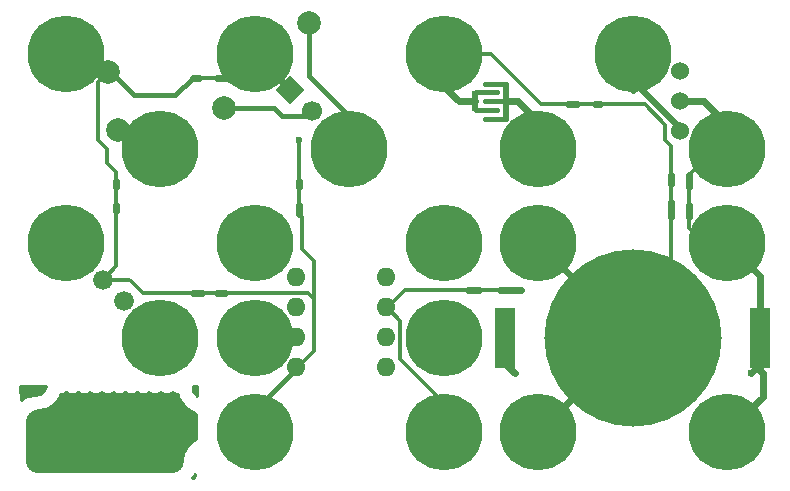
<source format=gtl>
G04 #@! TF.FileFunction,Copper,L1,Top,Signal*
%FSLAX46Y46*%
G04 Gerber Fmt 4.6, Leading zero omitted, Abs format (unit mm)*
G04 Created by KiCad (PCBNEW (2015-08-15 BZR 6092)-product) date 2/28/2016 10:29:08 PM*
%MOMM*%
G01*
G04 APERTURE LIST*
%ADD10C,0.100000*%
%ADD11C,0.400000*%
%ADD12C,6.500000*%
%ADD13C,1.676400*%
%ADD14C,1.700000*%
%ADD15O,1.600000X1.600000*%
%ADD16C,1.998980*%
%ADD17R,0.500000X3.000000*%
%ADD18R,0.500000X1.800000*%
%ADD19C,15.000000*%
%ADD20R,1.778000X5.080000*%
%ADD21C,1.524000*%
%ADD22C,2.000000*%
%ADD23C,0.600000*%
%ADD24C,0.304800*%
%ADD25C,0.609600*%
%ADD26C,0.406400*%
%ADD27C,0.254000*%
G04 APERTURE END LIST*
D10*
D11*
X149500000Y-27250000D02*
X147750000Y-27250000D01*
X150250000Y-29500000D02*
X148500000Y-29500000D01*
X147750000Y-28750000D02*
X149500000Y-28750000D01*
X150250000Y-28000000D02*
X148500000Y-28000000D01*
X150250000Y-26500000D02*
X148500000Y-26500000D01*
D12*
X169000000Y-56000000D03*
X169000000Y-40000000D03*
X145000000Y-56000000D03*
D13*
X116101974Y-43101974D03*
X117898026Y-44898026D03*
D10*
G36*
X132000000Y-28202082D02*
X130797918Y-27000000D01*
X132000000Y-25797918D01*
X133202082Y-27000000D01*
X132000000Y-28202082D01*
X132000000Y-28202082D01*
G37*
D14*
X133796051Y-28796051D03*
D15*
X132500000Y-42900000D03*
X132500000Y-45440000D03*
X132500000Y-47980000D03*
X132500000Y-50520000D03*
X140120000Y-50520000D03*
X140120000Y-47980000D03*
X140120000Y-45440000D03*
X140120000Y-42900000D03*
D16*
X126407898Y-28592102D03*
X133592102Y-21407898D03*
D12*
X129000000Y-48000000D03*
X145000000Y-48000000D03*
D17*
X150250000Y-28000000D03*
D18*
X147615000Y-28000000D03*
D19*
X161000000Y-48000000D03*
D20*
X150205000Y-48000000D03*
X171795000Y-48000000D03*
D12*
X129000000Y-40000000D03*
X129000000Y-56000000D03*
X145000000Y-40000000D03*
X161000000Y-24000000D03*
X169000000Y-32000000D03*
D21*
X165000000Y-28000000D03*
X165000000Y-30540000D03*
X165000000Y-25460000D03*
D12*
X129000000Y-24000000D03*
X137000000Y-32000000D03*
X145000000Y-24000000D03*
X153000000Y-32000000D03*
X153000000Y-40000000D03*
X153000000Y-56000000D03*
X113000000Y-40000000D03*
X121000000Y-48000000D03*
X113000000Y-24000000D03*
X121000000Y-32000000D03*
D22*
X117434120Y-30462019D03*
X116565880Y-25537981D03*
D23*
X132750000Y-31250000D03*
X151500000Y-44000000D03*
X151000000Y-51000000D03*
X171000000Y-51000000D03*
D24*
X123750000Y-44250000D02*
X119500000Y-44250000D01*
X126500000Y-44250000D02*
X133500000Y-44250000D01*
D25*
X126500000Y-44250000D02*
X125750000Y-44250000D01*
D24*
X124500000Y-44250000D02*
X125750000Y-44250000D01*
X134000000Y-44750000D02*
X133500000Y-44250000D01*
D25*
X123750000Y-44250000D02*
X124500000Y-44250000D01*
D24*
X119500000Y-44250000D02*
X118500000Y-43250000D01*
X164250000Y-44750000D02*
X164250000Y-37750000D01*
X164250000Y-36500000D02*
X164250000Y-35000000D01*
X158250000Y-28250000D02*
X162000000Y-28250000D01*
X157750000Y-28250000D02*
X156250000Y-28250000D01*
X149000000Y-24000000D02*
X145000000Y-24000000D01*
X153250000Y-28250000D02*
X155500000Y-28250000D01*
X149000000Y-24000000D02*
X153250000Y-28250000D01*
D25*
X156250000Y-28250000D02*
X155500000Y-28250000D01*
X158250000Y-28250000D02*
X157750000Y-28250000D01*
D24*
X164250000Y-31750000D02*
X164250000Y-34250000D01*
X163750000Y-31250000D02*
X164250000Y-31750000D01*
X163750000Y-30000000D02*
X163750000Y-31250000D01*
X162000000Y-28250000D02*
X163750000Y-30000000D01*
D25*
X164250000Y-35000000D02*
X164250000Y-34250000D01*
X164250000Y-37750000D02*
X164250000Y-36500000D01*
D24*
X164250000Y-44750000D02*
X161000000Y-48000000D01*
X132750000Y-34750000D02*
X132750000Y-31250000D01*
X132750000Y-35250000D02*
X132750000Y-36750000D01*
X134000000Y-44750000D02*
X134000000Y-41500000D01*
X133000000Y-37750000D02*
X132750000Y-37500000D01*
X133000000Y-40500000D02*
X133000000Y-37750000D01*
X134000000Y-41500000D02*
X133000000Y-40500000D01*
D25*
X132750000Y-36750000D02*
X132750000Y-37500000D01*
X132750000Y-34750000D02*
X132750000Y-35250000D01*
D24*
X117250000Y-37250000D02*
X117250000Y-41953948D01*
X117250000Y-36750000D02*
X117250000Y-35250000D01*
X117250000Y-34750000D02*
X117250000Y-34000000D01*
X115750000Y-31250000D02*
X116500000Y-32000000D01*
X116500000Y-32000000D02*
X116500000Y-33250000D01*
X116500000Y-33250000D02*
X117250000Y-34000000D01*
X116565880Y-25537981D02*
X115750000Y-26353861D01*
X115750000Y-31000000D02*
X115750000Y-26353861D01*
X115750000Y-31000000D02*
X115750000Y-31250000D01*
D25*
X117250000Y-35250000D02*
X117250000Y-34750000D01*
X117250000Y-37250000D02*
X117250000Y-36750000D01*
D24*
X117250000Y-41953948D02*
X116101974Y-43101974D01*
D26*
X129000000Y-56000000D02*
X129000000Y-54120000D01*
X129000000Y-54120000D02*
X132600000Y-50520000D01*
D24*
X116101974Y-43101974D02*
X118351974Y-43101974D01*
X134000000Y-49120000D02*
X132600000Y-50520000D01*
X134000000Y-44750000D02*
X134000000Y-49120000D01*
X116101974Y-43101974D02*
X116101974Y-42898026D01*
D25*
X127000000Y-26000000D02*
X125750000Y-26000000D01*
X124250000Y-26000000D02*
X123750000Y-26000000D01*
D26*
X118750000Y-27500000D02*
X122250000Y-27500000D01*
X122250000Y-27500000D02*
X123750000Y-26000000D01*
X118750000Y-27500000D02*
X116787981Y-25537981D01*
D24*
X125750000Y-26000000D02*
X124250000Y-26000000D01*
D25*
X127000000Y-26000000D02*
X129000000Y-24000000D01*
D26*
X116565880Y-25537981D02*
X116787981Y-25537981D01*
D25*
X129000000Y-24000000D02*
X129000000Y-26500000D01*
X147615000Y-28000000D02*
X146250000Y-28000000D01*
X146250000Y-28000000D02*
X145000000Y-26750000D01*
X145000000Y-26750000D02*
X145000000Y-24000000D01*
X132000000Y-27000000D02*
X129000000Y-24000000D01*
D24*
X132500000Y-50620000D02*
X132500000Y-50500000D01*
D25*
X153000000Y-56000000D02*
X153000000Y-55000000D01*
X153000000Y-56000000D02*
X161000000Y-48000000D01*
X153000000Y-40000000D02*
X161000000Y-48000000D01*
D24*
X116565880Y-25537981D02*
X114537981Y-25537981D01*
X114537981Y-25537981D02*
X113000000Y-24000000D01*
D25*
X165000000Y-30540000D02*
X165000000Y-30250000D01*
X165000000Y-30250000D02*
X161000000Y-26250000D01*
X161000000Y-26250000D02*
X161000000Y-24000000D01*
X161000000Y-27000000D02*
X161000000Y-24000000D01*
D26*
X137000000Y-32000000D02*
X137000000Y-29250000D01*
X137000000Y-29250000D02*
X133592102Y-25842102D01*
X133592102Y-25842102D02*
X133592102Y-21407898D01*
D25*
X137000000Y-32000000D02*
X137250000Y-32000000D01*
D24*
X140120000Y-45440000D02*
X140140000Y-45440000D01*
X140140000Y-45440000D02*
X141300000Y-46600000D01*
X141300000Y-46600000D02*
X141300000Y-49800000D01*
X141300000Y-49800000D02*
X145000000Y-53500000D01*
X145000000Y-53500000D02*
X145000000Y-56000000D01*
X147000000Y-44000000D02*
X141660000Y-44000000D01*
X149750000Y-44000000D02*
X148000000Y-44000000D01*
D25*
X147000000Y-44000000D02*
X148000000Y-44000000D01*
D24*
X141660000Y-44000000D02*
X140220000Y-45440000D01*
X140220000Y-45440000D02*
X140220000Y-45470000D01*
D25*
X149750000Y-44000000D02*
X151500000Y-44000000D01*
D24*
X150000000Y-44000000D02*
X149750000Y-44000000D01*
D25*
X153000000Y-32000000D02*
X153000000Y-29750000D01*
X153000000Y-29750000D02*
X151250000Y-28000000D01*
X151250000Y-28000000D02*
X150250000Y-28000000D01*
D26*
X126407898Y-28592102D02*
X130592102Y-28592102D01*
X131250000Y-29250000D02*
X133342102Y-29250000D01*
X130592102Y-28592102D02*
X131250000Y-29250000D01*
X133342102Y-29250000D02*
X133796051Y-28796051D01*
D25*
X150205000Y-48000000D02*
X150205000Y-50205000D01*
X150205000Y-50205000D02*
X151000000Y-51000000D01*
X171000000Y-51000000D02*
X171795000Y-50205000D01*
X171795000Y-50205000D02*
X171795000Y-48000000D01*
X172000000Y-51000000D02*
X172000000Y-53000000D01*
X172000000Y-53000000D02*
X169000000Y-56000000D01*
X171795000Y-48000000D02*
X171795000Y-42795000D01*
X171795000Y-42795000D02*
X169000000Y-40000000D01*
D24*
X165750000Y-37750000D02*
X165750000Y-38750000D01*
X165750000Y-36750000D02*
X165750000Y-35250000D01*
X168000000Y-32000000D02*
X165750000Y-34250000D01*
D25*
X165750000Y-35250000D02*
X165750000Y-34250000D01*
X165750000Y-37750000D02*
X165750000Y-36750000D01*
D24*
X165750000Y-38750000D02*
X167000000Y-40000000D01*
X167000000Y-40000000D02*
X169000000Y-40000000D01*
X169000000Y-32000000D02*
X168000000Y-32000000D01*
D25*
X171795000Y-48000000D02*
X171795000Y-50795000D01*
X171795000Y-50795000D02*
X172000000Y-51000000D01*
X169000000Y-32000000D02*
X169000000Y-30000000D01*
X169000000Y-30000000D02*
X167000000Y-28000000D01*
X167000000Y-28000000D02*
X165000000Y-28000000D01*
X167000000Y-32000000D02*
X169000000Y-32000000D01*
D26*
X140220000Y-50520000D02*
X140220000Y-50530000D01*
D27*
G36*
X123876907Y-59873000D02*
X123675804Y-59873000D01*
X123886774Y-59557261D01*
X123876907Y-59873000D01*
X123876907Y-59873000D01*
G37*
X123876907Y-59873000D02*
X123675804Y-59873000D01*
X123886774Y-59557261D01*
X123876907Y-59873000D01*
G36*
X122062188Y-52677896D02*
X122106118Y-52696137D01*
X122105745Y-52705110D01*
X122232444Y-52748593D01*
X122356152Y-52799961D01*
X122382186Y-52799984D01*
X122406808Y-52808434D01*
X122474964Y-52804196D01*
X122519383Y-53027505D01*
X123101418Y-53898582D01*
X123972495Y-54480617D01*
X124044968Y-54495033D01*
X123979543Y-56588635D01*
X123558774Y-56869783D01*
X123510025Y-56918533D01*
X123369783Y-57058774D01*
X123044624Y-57545409D01*
X122995349Y-57664371D01*
X122942343Y-57792338D01*
X122828162Y-58366363D01*
X122740563Y-58806750D01*
X122566802Y-59066803D01*
X122306750Y-59240563D01*
X121932533Y-59315000D01*
X110567467Y-59315000D01*
X110193250Y-59240563D01*
X109933197Y-59066802D01*
X109759437Y-58806750D01*
X109685000Y-58432533D01*
X109685000Y-55067467D01*
X109759437Y-54693250D01*
X109933197Y-54433198D01*
X110193250Y-54259437D01*
X110633637Y-54171838D01*
X111207662Y-54057657D01*
X111331127Y-54006516D01*
X111454591Y-53955376D01*
X111941226Y-53630217D01*
X112073328Y-53498114D01*
X112130217Y-53441226D01*
X112455376Y-52954590D01*
X112519355Y-52800131D01*
X112642452Y-52800239D01*
X112666512Y-52790297D01*
X112692494Y-52788682D01*
X112894255Y-52705110D01*
X112893891Y-52696346D01*
X112936628Y-52678687D01*
X112991899Y-52623512D01*
X113046188Y-52677896D01*
X113090118Y-52696137D01*
X113089745Y-52705110D01*
X113216444Y-52748593D01*
X113340152Y-52799961D01*
X113366186Y-52799984D01*
X113390808Y-52808434D01*
X113524496Y-52800122D01*
X113658452Y-52800239D01*
X113682512Y-52790297D01*
X113708494Y-52788682D01*
X113910255Y-52705110D01*
X113909891Y-52696346D01*
X113952628Y-52678687D01*
X114007899Y-52623512D01*
X114062188Y-52677896D01*
X114106118Y-52696137D01*
X114105745Y-52705110D01*
X114232444Y-52748593D01*
X114356152Y-52799961D01*
X114382186Y-52799984D01*
X114406808Y-52808434D01*
X114540496Y-52800122D01*
X114674452Y-52800239D01*
X114698512Y-52790297D01*
X114724494Y-52788682D01*
X114926255Y-52705110D01*
X114925891Y-52696346D01*
X114968628Y-52678687D01*
X115007871Y-52639512D01*
X115046188Y-52677896D01*
X115090118Y-52696137D01*
X115089745Y-52705110D01*
X115216444Y-52748593D01*
X115340152Y-52799961D01*
X115366186Y-52799984D01*
X115390808Y-52808434D01*
X115524496Y-52800122D01*
X115658452Y-52800239D01*
X115682512Y-52790297D01*
X115708494Y-52788682D01*
X115910255Y-52705110D01*
X115909891Y-52696346D01*
X115952628Y-52678687D01*
X116007899Y-52623512D01*
X116062188Y-52677896D01*
X116106118Y-52696137D01*
X116105745Y-52705110D01*
X116232444Y-52748593D01*
X116356152Y-52799961D01*
X116382186Y-52799984D01*
X116406808Y-52808434D01*
X116540496Y-52800122D01*
X116674452Y-52800239D01*
X116698512Y-52790297D01*
X116724494Y-52788682D01*
X116926255Y-52705110D01*
X116925891Y-52696346D01*
X116968628Y-52678687D01*
X116999857Y-52647512D01*
X117030188Y-52677896D01*
X117074118Y-52696137D01*
X117073745Y-52705110D01*
X117200444Y-52748593D01*
X117324152Y-52799961D01*
X117350186Y-52799984D01*
X117374808Y-52808434D01*
X117508496Y-52800122D01*
X117642452Y-52800239D01*
X117666512Y-52790297D01*
X117692494Y-52788682D01*
X117894255Y-52705110D01*
X117893891Y-52696346D01*
X117936628Y-52678687D01*
X117991899Y-52623512D01*
X118046188Y-52677896D01*
X118090118Y-52696137D01*
X118089745Y-52705110D01*
X118216444Y-52748593D01*
X118340152Y-52799961D01*
X118366186Y-52799984D01*
X118390808Y-52808434D01*
X118524496Y-52800122D01*
X118658452Y-52800239D01*
X118682512Y-52790297D01*
X118708494Y-52788682D01*
X118910255Y-52705110D01*
X118909891Y-52696346D01*
X118952628Y-52678687D01*
X119007899Y-52623512D01*
X119062188Y-52677896D01*
X119106118Y-52696137D01*
X119105745Y-52705110D01*
X119232444Y-52748593D01*
X119356152Y-52799961D01*
X119382186Y-52799984D01*
X119406808Y-52808434D01*
X119540496Y-52800122D01*
X119674452Y-52800239D01*
X119698512Y-52790297D01*
X119724494Y-52788682D01*
X119926255Y-52705110D01*
X119925891Y-52696346D01*
X119968628Y-52678687D01*
X119999857Y-52647512D01*
X120030188Y-52677896D01*
X120074118Y-52696137D01*
X120073745Y-52705110D01*
X120200444Y-52748593D01*
X120324152Y-52799961D01*
X120350186Y-52799984D01*
X120374808Y-52808434D01*
X120508496Y-52800122D01*
X120642452Y-52800239D01*
X120666512Y-52790297D01*
X120692494Y-52788682D01*
X120894255Y-52705110D01*
X120893891Y-52696346D01*
X120936628Y-52678687D01*
X120991899Y-52623512D01*
X121046188Y-52677896D01*
X121090118Y-52696137D01*
X121089745Y-52705110D01*
X121216444Y-52748593D01*
X121340152Y-52799961D01*
X121366186Y-52799984D01*
X121390808Y-52808434D01*
X121524496Y-52800122D01*
X121658452Y-52800239D01*
X121682512Y-52790297D01*
X121708494Y-52788682D01*
X121910255Y-52705110D01*
X121909891Y-52696346D01*
X121952628Y-52678687D01*
X122007899Y-52623512D01*
X122062188Y-52677896D01*
X122062188Y-52677896D01*
G37*
X122062188Y-52677896D02*
X122106118Y-52696137D01*
X122105745Y-52705110D01*
X122232444Y-52748593D01*
X122356152Y-52799961D01*
X122382186Y-52799984D01*
X122406808Y-52808434D01*
X122474964Y-52804196D01*
X122519383Y-53027505D01*
X123101418Y-53898582D01*
X123972495Y-54480617D01*
X124044968Y-54495033D01*
X123979543Y-56588635D01*
X123558774Y-56869783D01*
X123510025Y-56918533D01*
X123369783Y-57058774D01*
X123044624Y-57545409D01*
X122995349Y-57664371D01*
X122942343Y-57792338D01*
X122828162Y-58366363D01*
X122740563Y-58806750D01*
X122566802Y-59066803D01*
X122306750Y-59240563D01*
X121932533Y-59315000D01*
X110567467Y-59315000D01*
X110193250Y-59240563D01*
X109933197Y-59066802D01*
X109759437Y-58806750D01*
X109685000Y-58432533D01*
X109685000Y-55067467D01*
X109759437Y-54693250D01*
X109933197Y-54433198D01*
X110193250Y-54259437D01*
X110633637Y-54171838D01*
X111207662Y-54057657D01*
X111331127Y-54006516D01*
X111454591Y-53955376D01*
X111941226Y-53630217D01*
X112073328Y-53498114D01*
X112130217Y-53441226D01*
X112455376Y-52954590D01*
X112519355Y-52800131D01*
X112642452Y-52800239D01*
X112666512Y-52790297D01*
X112692494Y-52788682D01*
X112894255Y-52705110D01*
X112893891Y-52696346D01*
X112936628Y-52678687D01*
X112991899Y-52623512D01*
X113046188Y-52677896D01*
X113090118Y-52696137D01*
X113089745Y-52705110D01*
X113216444Y-52748593D01*
X113340152Y-52799961D01*
X113366186Y-52799984D01*
X113390808Y-52808434D01*
X113524496Y-52800122D01*
X113658452Y-52800239D01*
X113682512Y-52790297D01*
X113708494Y-52788682D01*
X113910255Y-52705110D01*
X113909891Y-52696346D01*
X113952628Y-52678687D01*
X114007899Y-52623512D01*
X114062188Y-52677896D01*
X114106118Y-52696137D01*
X114105745Y-52705110D01*
X114232444Y-52748593D01*
X114356152Y-52799961D01*
X114382186Y-52799984D01*
X114406808Y-52808434D01*
X114540496Y-52800122D01*
X114674452Y-52800239D01*
X114698512Y-52790297D01*
X114724494Y-52788682D01*
X114926255Y-52705110D01*
X114925891Y-52696346D01*
X114968628Y-52678687D01*
X115007871Y-52639512D01*
X115046188Y-52677896D01*
X115090118Y-52696137D01*
X115089745Y-52705110D01*
X115216444Y-52748593D01*
X115340152Y-52799961D01*
X115366186Y-52799984D01*
X115390808Y-52808434D01*
X115524496Y-52800122D01*
X115658452Y-52800239D01*
X115682512Y-52790297D01*
X115708494Y-52788682D01*
X115910255Y-52705110D01*
X115909891Y-52696346D01*
X115952628Y-52678687D01*
X116007899Y-52623512D01*
X116062188Y-52677896D01*
X116106118Y-52696137D01*
X116105745Y-52705110D01*
X116232444Y-52748593D01*
X116356152Y-52799961D01*
X116382186Y-52799984D01*
X116406808Y-52808434D01*
X116540496Y-52800122D01*
X116674452Y-52800239D01*
X116698512Y-52790297D01*
X116724494Y-52788682D01*
X116926255Y-52705110D01*
X116925891Y-52696346D01*
X116968628Y-52678687D01*
X116999857Y-52647512D01*
X117030188Y-52677896D01*
X117074118Y-52696137D01*
X117073745Y-52705110D01*
X117200444Y-52748593D01*
X117324152Y-52799961D01*
X117350186Y-52799984D01*
X117374808Y-52808434D01*
X117508496Y-52800122D01*
X117642452Y-52800239D01*
X117666512Y-52790297D01*
X117692494Y-52788682D01*
X117894255Y-52705110D01*
X117893891Y-52696346D01*
X117936628Y-52678687D01*
X117991899Y-52623512D01*
X118046188Y-52677896D01*
X118090118Y-52696137D01*
X118089745Y-52705110D01*
X118216444Y-52748593D01*
X118340152Y-52799961D01*
X118366186Y-52799984D01*
X118390808Y-52808434D01*
X118524496Y-52800122D01*
X118658452Y-52800239D01*
X118682512Y-52790297D01*
X118708494Y-52788682D01*
X118910255Y-52705110D01*
X118909891Y-52696346D01*
X118952628Y-52678687D01*
X119007899Y-52623512D01*
X119062188Y-52677896D01*
X119106118Y-52696137D01*
X119105745Y-52705110D01*
X119232444Y-52748593D01*
X119356152Y-52799961D01*
X119382186Y-52799984D01*
X119406808Y-52808434D01*
X119540496Y-52800122D01*
X119674452Y-52800239D01*
X119698512Y-52790297D01*
X119724494Y-52788682D01*
X119926255Y-52705110D01*
X119925891Y-52696346D01*
X119968628Y-52678687D01*
X119999857Y-52647512D01*
X120030188Y-52677896D01*
X120074118Y-52696137D01*
X120073745Y-52705110D01*
X120200444Y-52748593D01*
X120324152Y-52799961D01*
X120350186Y-52799984D01*
X120374808Y-52808434D01*
X120508496Y-52800122D01*
X120642452Y-52800239D01*
X120666512Y-52790297D01*
X120692494Y-52788682D01*
X120894255Y-52705110D01*
X120893891Y-52696346D01*
X120936628Y-52678687D01*
X120991899Y-52623512D01*
X121046188Y-52677896D01*
X121090118Y-52696137D01*
X121089745Y-52705110D01*
X121216444Y-52748593D01*
X121340152Y-52799961D01*
X121366186Y-52799984D01*
X121390808Y-52808434D01*
X121524496Y-52800122D01*
X121658452Y-52800239D01*
X121682512Y-52790297D01*
X121708494Y-52788682D01*
X121910255Y-52705110D01*
X121909891Y-52696346D01*
X121952628Y-52678687D01*
X122007899Y-52623512D01*
X122062188Y-52677896D01*
G36*
X111240563Y-52306750D02*
X111066802Y-52566803D01*
X110806750Y-52740563D01*
X110366363Y-52828162D01*
X109792338Y-52942343D01*
X109545410Y-53044624D01*
X109167596Y-53297071D01*
X109131031Y-52127000D01*
X111276318Y-52127000D01*
X111240563Y-52306750D01*
X111240563Y-52306750D01*
G37*
X111240563Y-52306750D02*
X111066802Y-52566803D01*
X110806750Y-52740563D01*
X110366363Y-52828162D01*
X109792338Y-52942343D01*
X109545410Y-53044624D01*
X109167596Y-53297071D01*
X109131031Y-52127000D01*
X111276318Y-52127000D01*
X111240563Y-52306750D01*
G36*
X124093395Y-52945373D02*
X124070155Y-52929845D01*
X123785098Y-52503229D01*
X123710262Y-52127000D01*
X124118969Y-52127000D01*
X124093395Y-52945373D01*
X124093395Y-52945373D01*
G37*
X124093395Y-52945373D02*
X124070155Y-52929845D01*
X123785098Y-52503229D01*
X123710262Y-52127000D01*
X124118969Y-52127000D01*
X124093395Y-52945373D01*
M02*

</source>
